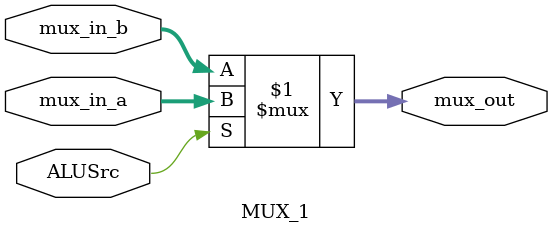
<source format=v>
`timescale 1ns / 1ps


(* keep_hierarchy = "yes" *) module MUX_1(ALUSrc, mux_in_a, mux_in_b, mux_out);
    input ALUSrc;
    input [31:0] mux_in_a, mux_in_b;
    output [31:0] mux_out;
    
    assign mux_out = (ALUSrc)? mux_in_a : mux_in_b;
    
endmodule

</source>
